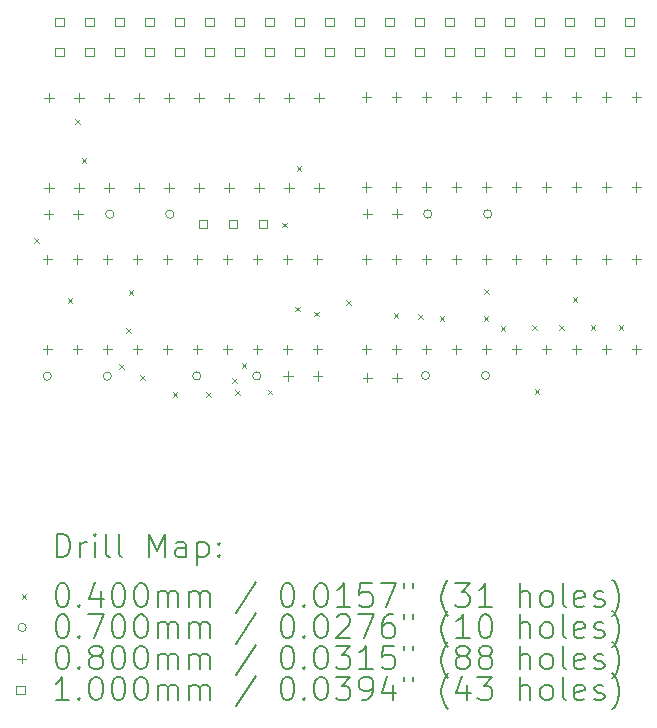
<source format=gbr>
%TF.GenerationSoftware,KiCad,Pcbnew,(6.0.7)*%
%TF.CreationDate,2023-01-26T09:38:28+00:00*%
%TF.ProjectId,CoCo_FPGA_Hat,436f436f-5f46-4504-9741-5f4861742e6b,0*%
%TF.SameCoordinates,Original*%
%TF.FileFunction,Drillmap*%
%TF.FilePolarity,Positive*%
%FSLAX45Y45*%
G04 Gerber Fmt 4.5, Leading zero omitted, Abs format (unit mm)*
G04 Created by KiCad (PCBNEW (6.0.7)) date 2023-01-26 09:38:28*
%MOMM*%
%LPD*%
G01*
G04 APERTURE LIST*
%ADD10C,0.200000*%
%ADD11C,0.040000*%
%ADD12C,0.070000*%
%ADD13C,0.080000*%
%ADD14C,0.100000*%
G04 APERTURE END LIST*
D10*
D11*
X6174000Y-5321000D02*
X6214000Y-5361000D01*
X6214000Y-5321000D02*
X6174000Y-5361000D01*
X6455550Y-5825000D02*
X6495550Y-5865000D01*
X6495550Y-5825000D02*
X6455550Y-5865000D01*
X6521000Y-4309000D02*
X6561000Y-4349000D01*
X6561000Y-4309000D02*
X6521000Y-4349000D01*
X6575000Y-4638000D02*
X6615000Y-4678000D01*
X6615000Y-4638000D02*
X6575000Y-4678000D01*
X6889545Y-6383455D02*
X6929545Y-6423455D01*
X6929545Y-6383455D02*
X6889545Y-6423455D01*
X6950000Y-6083000D02*
X6990000Y-6123000D01*
X6990000Y-6083000D02*
X6950000Y-6123000D01*
X6973000Y-5758000D02*
X7013000Y-5798000D01*
X7013000Y-5758000D02*
X6973000Y-5798000D01*
X7072000Y-6475000D02*
X7112000Y-6515000D01*
X7112000Y-6475000D02*
X7072000Y-6515000D01*
X7343869Y-6621950D02*
X7383869Y-6661950D01*
X7383869Y-6621950D02*
X7343869Y-6661950D01*
X7625769Y-6620231D02*
X7665769Y-6660231D01*
X7665769Y-6620231D02*
X7625769Y-6660231D01*
X7849719Y-6505500D02*
X7889719Y-6545500D01*
X7889719Y-6505500D02*
X7849719Y-6545500D01*
X7874730Y-6602270D02*
X7914730Y-6642270D01*
X7914730Y-6602270D02*
X7874730Y-6642270D01*
X7930000Y-6374000D02*
X7970000Y-6414000D01*
X7970000Y-6374000D02*
X7930000Y-6414000D01*
X8148708Y-6601708D02*
X8188708Y-6641708D01*
X8188708Y-6601708D02*
X8148708Y-6641708D01*
X8271520Y-5186480D02*
X8311520Y-5226480D01*
X8311520Y-5186480D02*
X8271520Y-5226480D01*
X8382000Y-5898000D02*
X8422000Y-5938000D01*
X8422000Y-5898000D02*
X8382000Y-5938000D01*
X8393971Y-4706029D02*
X8433971Y-4746029D01*
X8433971Y-4706029D02*
X8393971Y-4746029D01*
X8546000Y-5941000D02*
X8586000Y-5981000D01*
X8586000Y-5941000D02*
X8546000Y-5981000D01*
X8811450Y-5840408D02*
X8851450Y-5880408D01*
X8851450Y-5840408D02*
X8811450Y-5880408D01*
X9216000Y-5951000D02*
X9256000Y-5991000D01*
X9256000Y-5951000D02*
X9216000Y-5991000D01*
X9423000Y-5959000D02*
X9463000Y-5999000D01*
X9463000Y-5959000D02*
X9423000Y-5999000D01*
X9606000Y-5981000D02*
X9646000Y-6021000D01*
X9646000Y-5981000D02*
X9606000Y-6021000D01*
X9979000Y-5981000D02*
X10019000Y-6021000D01*
X10019000Y-5981000D02*
X9979000Y-6021000D01*
X9983000Y-5749000D02*
X10023000Y-5789000D01*
X10023000Y-5749000D02*
X9983000Y-5789000D01*
X10123000Y-6064000D02*
X10163000Y-6104000D01*
X10163000Y-6064000D02*
X10123000Y-6104000D01*
X10389000Y-6054000D02*
X10429000Y-6094000D01*
X10429000Y-6054000D02*
X10389000Y-6094000D01*
X10410500Y-6593500D02*
X10450500Y-6633500D01*
X10450500Y-6593500D02*
X10410500Y-6633500D01*
X10616000Y-6054000D02*
X10656000Y-6094000D01*
X10656000Y-6054000D02*
X10616000Y-6094000D01*
X10731000Y-5819000D02*
X10771000Y-5859000D01*
X10771000Y-5819000D02*
X10731000Y-5859000D01*
X10885000Y-6052450D02*
X10925000Y-6092450D01*
X10925000Y-6052450D02*
X10885000Y-6092450D01*
X11120000Y-6052450D02*
X11160000Y-6092450D01*
X11160000Y-6052450D02*
X11120000Y-6092450D01*
D12*
X6318000Y-6487000D02*
G75*
G03*
X6318000Y-6487000I-35000J0D01*
G01*
X6826000Y-6487000D02*
G75*
G03*
X6826000Y-6487000I-35000J0D01*
G01*
X6848000Y-5116000D02*
G75*
G03*
X6848000Y-5116000I-35000J0D01*
G01*
X7356000Y-5116000D02*
G75*
G03*
X7356000Y-5116000I-35000J0D01*
G01*
X7585000Y-6485000D02*
G75*
G03*
X7585000Y-6485000I-35000J0D01*
G01*
X8093000Y-6485000D02*
G75*
G03*
X8093000Y-6485000I-35000J0D01*
G01*
X9522000Y-6481000D02*
G75*
G03*
X9522000Y-6481000I-35000J0D01*
G01*
X9539000Y-5113000D02*
G75*
G03*
X9539000Y-5113000I-35000J0D01*
G01*
X10030000Y-6481000D02*
G75*
G03*
X10030000Y-6481000I-35000J0D01*
G01*
X10047000Y-5113000D02*
G75*
G03*
X10047000Y-5113000I-35000J0D01*
G01*
D13*
X6284000Y-5458000D02*
X6284000Y-5538000D01*
X6244000Y-5498000D02*
X6324000Y-5498000D01*
X6284000Y-6220000D02*
X6284000Y-6300000D01*
X6244000Y-6260000D02*
X6324000Y-6260000D01*
X6294000Y-5077000D02*
X6294000Y-5157000D01*
X6254000Y-5117000D02*
X6334000Y-5117000D01*
X6299500Y-4088000D02*
X6299500Y-4168000D01*
X6259500Y-4128000D02*
X6339500Y-4128000D01*
X6299500Y-4850000D02*
X6299500Y-4930000D01*
X6259500Y-4890000D02*
X6339500Y-4890000D01*
X6538000Y-5458000D02*
X6538000Y-5538000D01*
X6498000Y-5498000D02*
X6578000Y-5498000D01*
X6538000Y-6220000D02*
X6538000Y-6300000D01*
X6498000Y-6260000D02*
X6578000Y-6260000D01*
X6544000Y-5077000D02*
X6544000Y-5157000D01*
X6504000Y-5117000D02*
X6584000Y-5117000D01*
X6553500Y-4088000D02*
X6553500Y-4168000D01*
X6513500Y-4128000D02*
X6593500Y-4128000D01*
X6553500Y-4850000D02*
X6553500Y-4930000D01*
X6513500Y-4890000D02*
X6593500Y-4890000D01*
X6792000Y-5458000D02*
X6792000Y-5538000D01*
X6752000Y-5498000D02*
X6832000Y-5498000D01*
X6792000Y-6220000D02*
X6792000Y-6300000D01*
X6752000Y-6260000D02*
X6832000Y-6260000D01*
X6807500Y-4088000D02*
X6807500Y-4168000D01*
X6767500Y-4128000D02*
X6847500Y-4128000D01*
X6807500Y-4850000D02*
X6807500Y-4930000D01*
X6767500Y-4890000D02*
X6847500Y-4890000D01*
X7046000Y-5458000D02*
X7046000Y-5538000D01*
X7006000Y-5498000D02*
X7086000Y-5498000D01*
X7046000Y-6220000D02*
X7046000Y-6300000D01*
X7006000Y-6260000D02*
X7086000Y-6260000D01*
X7061500Y-4088000D02*
X7061500Y-4168000D01*
X7021500Y-4128000D02*
X7101500Y-4128000D01*
X7061500Y-4850000D02*
X7061500Y-4930000D01*
X7021500Y-4890000D02*
X7101500Y-4890000D01*
X7300000Y-5458000D02*
X7300000Y-5538000D01*
X7260000Y-5498000D02*
X7340000Y-5498000D01*
X7300000Y-6220000D02*
X7300000Y-6300000D01*
X7260000Y-6260000D02*
X7340000Y-6260000D01*
X7315500Y-4088000D02*
X7315500Y-4168000D01*
X7275500Y-4128000D02*
X7355500Y-4128000D01*
X7315500Y-4850000D02*
X7315500Y-4930000D01*
X7275500Y-4890000D02*
X7355500Y-4890000D01*
X7554000Y-5458000D02*
X7554000Y-5538000D01*
X7514000Y-5498000D02*
X7594000Y-5498000D01*
X7554000Y-6220000D02*
X7554000Y-6300000D01*
X7514000Y-6260000D02*
X7594000Y-6260000D01*
X7569500Y-4088000D02*
X7569500Y-4168000D01*
X7529500Y-4128000D02*
X7609500Y-4128000D01*
X7569500Y-4850000D02*
X7569500Y-4930000D01*
X7529500Y-4890000D02*
X7609500Y-4890000D01*
X7808000Y-5458000D02*
X7808000Y-5538000D01*
X7768000Y-5498000D02*
X7848000Y-5498000D01*
X7808000Y-6220000D02*
X7808000Y-6300000D01*
X7768000Y-6260000D02*
X7848000Y-6260000D01*
X7823500Y-4088000D02*
X7823500Y-4168000D01*
X7783500Y-4128000D02*
X7863500Y-4128000D01*
X7823500Y-4850000D02*
X7823500Y-4930000D01*
X7783500Y-4890000D02*
X7863500Y-4890000D01*
X8062000Y-5458000D02*
X8062000Y-5538000D01*
X8022000Y-5498000D02*
X8102000Y-5498000D01*
X8062000Y-6220000D02*
X8062000Y-6300000D01*
X8022000Y-6260000D02*
X8102000Y-6260000D01*
X8077500Y-4088000D02*
X8077500Y-4168000D01*
X8037500Y-4128000D02*
X8117500Y-4128000D01*
X8077500Y-4850000D02*
X8077500Y-4930000D01*
X8037500Y-4890000D02*
X8117500Y-4890000D01*
X8316000Y-5458000D02*
X8316000Y-5538000D01*
X8276000Y-5498000D02*
X8356000Y-5498000D01*
X8316000Y-6220000D02*
X8316000Y-6300000D01*
X8276000Y-6260000D02*
X8356000Y-6260000D01*
X8322000Y-6446000D02*
X8322000Y-6526000D01*
X8282000Y-6486000D02*
X8362000Y-6486000D01*
X8331500Y-4088000D02*
X8331500Y-4168000D01*
X8291500Y-4128000D02*
X8371500Y-4128000D01*
X8331500Y-4850000D02*
X8331500Y-4930000D01*
X8291500Y-4890000D02*
X8371500Y-4890000D01*
X8570000Y-5458000D02*
X8570000Y-5538000D01*
X8530000Y-5498000D02*
X8610000Y-5498000D01*
X8570000Y-6220000D02*
X8570000Y-6300000D01*
X8530000Y-6260000D02*
X8610000Y-6260000D01*
X8572000Y-6446000D02*
X8572000Y-6526000D01*
X8532000Y-6486000D02*
X8612000Y-6486000D01*
X8585500Y-4088000D02*
X8585500Y-4168000D01*
X8545500Y-4128000D02*
X8625500Y-4128000D01*
X8585500Y-4850000D02*
X8585500Y-4930000D01*
X8545500Y-4890000D02*
X8625500Y-4890000D01*
X8984000Y-5457000D02*
X8984000Y-5537000D01*
X8944000Y-5497000D02*
X9024000Y-5497000D01*
X8984000Y-6219000D02*
X8984000Y-6299000D01*
X8944000Y-6259000D02*
X9024000Y-6259000D01*
X8984500Y-4084000D02*
X8984500Y-4164000D01*
X8944500Y-4124000D02*
X9024500Y-4124000D01*
X8984500Y-4846000D02*
X8984500Y-4926000D01*
X8944500Y-4886000D02*
X9024500Y-4886000D01*
X8993000Y-5071000D02*
X8993000Y-5151000D01*
X8953000Y-5111000D02*
X9033000Y-5111000D01*
X8993000Y-6458000D02*
X8993000Y-6538000D01*
X8953000Y-6498000D02*
X9033000Y-6498000D01*
X9238000Y-5457000D02*
X9238000Y-5537000D01*
X9198000Y-5497000D02*
X9278000Y-5497000D01*
X9238000Y-6219000D02*
X9238000Y-6299000D01*
X9198000Y-6259000D02*
X9278000Y-6259000D01*
X9238500Y-4084000D02*
X9238500Y-4164000D01*
X9198500Y-4124000D02*
X9278500Y-4124000D01*
X9238500Y-4846000D02*
X9238500Y-4926000D01*
X9198500Y-4886000D02*
X9278500Y-4886000D01*
X9243000Y-5071000D02*
X9243000Y-5151000D01*
X9203000Y-5111000D02*
X9283000Y-5111000D01*
X9243000Y-6458000D02*
X9243000Y-6538000D01*
X9203000Y-6498000D02*
X9283000Y-6498000D01*
X9492000Y-5457000D02*
X9492000Y-5537000D01*
X9452000Y-5497000D02*
X9532000Y-5497000D01*
X9492000Y-6219000D02*
X9492000Y-6299000D01*
X9452000Y-6259000D02*
X9532000Y-6259000D01*
X9492500Y-4084000D02*
X9492500Y-4164000D01*
X9452500Y-4124000D02*
X9532500Y-4124000D01*
X9492500Y-4846000D02*
X9492500Y-4926000D01*
X9452500Y-4886000D02*
X9532500Y-4886000D01*
X9746000Y-5457000D02*
X9746000Y-5537000D01*
X9706000Y-5497000D02*
X9786000Y-5497000D01*
X9746000Y-6219000D02*
X9746000Y-6299000D01*
X9706000Y-6259000D02*
X9786000Y-6259000D01*
X9746500Y-4084000D02*
X9746500Y-4164000D01*
X9706500Y-4124000D02*
X9786500Y-4124000D01*
X9746500Y-4846000D02*
X9746500Y-4926000D01*
X9706500Y-4886000D02*
X9786500Y-4886000D01*
X10000000Y-5457000D02*
X10000000Y-5537000D01*
X9960000Y-5497000D02*
X10040000Y-5497000D01*
X10000000Y-6219000D02*
X10000000Y-6299000D01*
X9960000Y-6259000D02*
X10040000Y-6259000D01*
X10000500Y-4084000D02*
X10000500Y-4164000D01*
X9960500Y-4124000D02*
X10040500Y-4124000D01*
X10000500Y-4846000D02*
X10000500Y-4926000D01*
X9960500Y-4886000D02*
X10040500Y-4886000D01*
X10254000Y-5457000D02*
X10254000Y-5537000D01*
X10214000Y-5497000D02*
X10294000Y-5497000D01*
X10254000Y-6219000D02*
X10254000Y-6299000D01*
X10214000Y-6259000D02*
X10294000Y-6259000D01*
X10254500Y-4084000D02*
X10254500Y-4164000D01*
X10214500Y-4124000D02*
X10294500Y-4124000D01*
X10254500Y-4846000D02*
X10254500Y-4926000D01*
X10214500Y-4886000D02*
X10294500Y-4886000D01*
X10508000Y-5457000D02*
X10508000Y-5537000D01*
X10468000Y-5497000D02*
X10548000Y-5497000D01*
X10508000Y-6219000D02*
X10508000Y-6299000D01*
X10468000Y-6259000D02*
X10548000Y-6259000D01*
X10508500Y-4084000D02*
X10508500Y-4164000D01*
X10468500Y-4124000D02*
X10548500Y-4124000D01*
X10508500Y-4846000D02*
X10508500Y-4926000D01*
X10468500Y-4886000D02*
X10548500Y-4886000D01*
X10762000Y-5457000D02*
X10762000Y-5537000D01*
X10722000Y-5497000D02*
X10802000Y-5497000D01*
X10762000Y-6219000D02*
X10762000Y-6299000D01*
X10722000Y-6259000D02*
X10802000Y-6259000D01*
X10762500Y-4084000D02*
X10762500Y-4164000D01*
X10722500Y-4124000D02*
X10802500Y-4124000D01*
X10762500Y-4846000D02*
X10762500Y-4926000D01*
X10722500Y-4886000D02*
X10802500Y-4886000D01*
X11016000Y-5457000D02*
X11016000Y-5537000D01*
X10976000Y-5497000D02*
X11056000Y-5497000D01*
X11016000Y-6219000D02*
X11016000Y-6299000D01*
X10976000Y-6259000D02*
X11056000Y-6259000D01*
X11016500Y-4084000D02*
X11016500Y-4164000D01*
X10976500Y-4124000D02*
X11056500Y-4124000D01*
X11016500Y-4846000D02*
X11016500Y-4926000D01*
X10976500Y-4886000D02*
X11056500Y-4886000D01*
X11270000Y-5457000D02*
X11270000Y-5537000D01*
X11230000Y-5497000D02*
X11310000Y-5497000D01*
X11270000Y-6219000D02*
X11270000Y-6299000D01*
X11230000Y-6259000D02*
X11310000Y-6259000D01*
X11270500Y-4084000D02*
X11270500Y-4164000D01*
X11230500Y-4124000D02*
X11310500Y-4124000D01*
X11270500Y-4846000D02*
X11270500Y-4926000D01*
X11230500Y-4886000D02*
X11310500Y-4886000D01*
D14*
X6421856Y-3523856D02*
X6421856Y-3453144D01*
X6351144Y-3453144D01*
X6351144Y-3523856D01*
X6421856Y-3523856D01*
X6421856Y-3777856D02*
X6421856Y-3707144D01*
X6351144Y-3707144D01*
X6351144Y-3777856D01*
X6421856Y-3777856D01*
X6675856Y-3523856D02*
X6675856Y-3453144D01*
X6605144Y-3453144D01*
X6605144Y-3523856D01*
X6675856Y-3523856D01*
X6675856Y-3777856D02*
X6675856Y-3707144D01*
X6605144Y-3707144D01*
X6605144Y-3777856D01*
X6675856Y-3777856D01*
X6929856Y-3523856D02*
X6929856Y-3453144D01*
X6859144Y-3453144D01*
X6859144Y-3523856D01*
X6929856Y-3523856D01*
X6929856Y-3777856D02*
X6929856Y-3707144D01*
X6859144Y-3707144D01*
X6859144Y-3777856D01*
X6929856Y-3777856D01*
X7183856Y-3523856D02*
X7183856Y-3453144D01*
X7113144Y-3453144D01*
X7113144Y-3523856D01*
X7183856Y-3523856D01*
X7183856Y-3777856D02*
X7183856Y-3707144D01*
X7113144Y-3707144D01*
X7113144Y-3777856D01*
X7183856Y-3777856D01*
X7437856Y-3523856D02*
X7437856Y-3453144D01*
X7367144Y-3453144D01*
X7367144Y-3523856D01*
X7437856Y-3523856D01*
X7437856Y-3777856D02*
X7437856Y-3707144D01*
X7367144Y-3707144D01*
X7367144Y-3777856D01*
X7437856Y-3777856D01*
X7637856Y-5231356D02*
X7637856Y-5160644D01*
X7567144Y-5160644D01*
X7567144Y-5231356D01*
X7637856Y-5231356D01*
X7691856Y-3523856D02*
X7691856Y-3453144D01*
X7621144Y-3453144D01*
X7621144Y-3523856D01*
X7691856Y-3523856D01*
X7691856Y-3777856D02*
X7691856Y-3707144D01*
X7621144Y-3707144D01*
X7621144Y-3777856D01*
X7691856Y-3777856D01*
X7891856Y-5231356D02*
X7891856Y-5160644D01*
X7821144Y-5160644D01*
X7821144Y-5231356D01*
X7891856Y-5231356D01*
X7945856Y-3523856D02*
X7945856Y-3453144D01*
X7875144Y-3453144D01*
X7875144Y-3523856D01*
X7945856Y-3523856D01*
X7945856Y-3777856D02*
X7945856Y-3707144D01*
X7875144Y-3707144D01*
X7875144Y-3777856D01*
X7945856Y-3777856D01*
X8145856Y-5231356D02*
X8145856Y-5160644D01*
X8075144Y-5160644D01*
X8075144Y-5231356D01*
X8145856Y-5231356D01*
X8199856Y-3523856D02*
X8199856Y-3453144D01*
X8129144Y-3453144D01*
X8129144Y-3523856D01*
X8199856Y-3523856D01*
X8199856Y-3777856D02*
X8199856Y-3707144D01*
X8129144Y-3707144D01*
X8129144Y-3777856D01*
X8199856Y-3777856D01*
X8453856Y-3523856D02*
X8453856Y-3453144D01*
X8383144Y-3453144D01*
X8383144Y-3523856D01*
X8453856Y-3523856D01*
X8453856Y-3777856D02*
X8453856Y-3707144D01*
X8383144Y-3707144D01*
X8383144Y-3777856D01*
X8453856Y-3777856D01*
X8707856Y-3523856D02*
X8707856Y-3453144D01*
X8637144Y-3453144D01*
X8637144Y-3523856D01*
X8707856Y-3523856D01*
X8707856Y-3777856D02*
X8707856Y-3707144D01*
X8637144Y-3707144D01*
X8637144Y-3777856D01*
X8707856Y-3777856D01*
X8961856Y-3523856D02*
X8961856Y-3453144D01*
X8891144Y-3453144D01*
X8891144Y-3523856D01*
X8961856Y-3523856D01*
X8961856Y-3777856D02*
X8961856Y-3707144D01*
X8891144Y-3707144D01*
X8891144Y-3777856D01*
X8961856Y-3777856D01*
X9215856Y-3523856D02*
X9215856Y-3453144D01*
X9145144Y-3453144D01*
X9145144Y-3523856D01*
X9215856Y-3523856D01*
X9215856Y-3777856D02*
X9215856Y-3707144D01*
X9145144Y-3707144D01*
X9145144Y-3777856D01*
X9215856Y-3777856D01*
X9469856Y-3523856D02*
X9469856Y-3453144D01*
X9399144Y-3453144D01*
X9399144Y-3523856D01*
X9469856Y-3523856D01*
X9469856Y-3777856D02*
X9469856Y-3707144D01*
X9399144Y-3707144D01*
X9399144Y-3777856D01*
X9469856Y-3777856D01*
X9723856Y-3523856D02*
X9723856Y-3453144D01*
X9653144Y-3453144D01*
X9653144Y-3523856D01*
X9723856Y-3523856D01*
X9723856Y-3777856D02*
X9723856Y-3707144D01*
X9653144Y-3707144D01*
X9653144Y-3777856D01*
X9723856Y-3777856D01*
X9977856Y-3523856D02*
X9977856Y-3453144D01*
X9907144Y-3453144D01*
X9907144Y-3523856D01*
X9977856Y-3523856D01*
X9977856Y-3777856D02*
X9977856Y-3707144D01*
X9907144Y-3707144D01*
X9907144Y-3777856D01*
X9977856Y-3777856D01*
X10231856Y-3523856D02*
X10231856Y-3453144D01*
X10161144Y-3453144D01*
X10161144Y-3523856D01*
X10231856Y-3523856D01*
X10231856Y-3777856D02*
X10231856Y-3707144D01*
X10161144Y-3707144D01*
X10161144Y-3777856D01*
X10231856Y-3777856D01*
X10485856Y-3523856D02*
X10485856Y-3453144D01*
X10415144Y-3453144D01*
X10415144Y-3523856D01*
X10485856Y-3523856D01*
X10485856Y-3777856D02*
X10485856Y-3707144D01*
X10415144Y-3707144D01*
X10415144Y-3777856D01*
X10485856Y-3777856D01*
X10739856Y-3523856D02*
X10739856Y-3453144D01*
X10669144Y-3453144D01*
X10669144Y-3523856D01*
X10739856Y-3523856D01*
X10739856Y-3777856D02*
X10739856Y-3707144D01*
X10669144Y-3707144D01*
X10669144Y-3777856D01*
X10739856Y-3777856D01*
X10993856Y-3523856D02*
X10993856Y-3453144D01*
X10923144Y-3453144D01*
X10923144Y-3523856D01*
X10993856Y-3523856D01*
X10993856Y-3777856D02*
X10993856Y-3707144D01*
X10923144Y-3707144D01*
X10923144Y-3777856D01*
X10993856Y-3777856D01*
X11247856Y-3523856D02*
X11247856Y-3453144D01*
X11177144Y-3453144D01*
X11177144Y-3523856D01*
X11247856Y-3523856D01*
X11247856Y-3777856D02*
X11247856Y-3707144D01*
X11177144Y-3707144D01*
X11177144Y-3777856D01*
X11247856Y-3777856D01*
D10*
X6363769Y-8020426D02*
X6363769Y-7820426D01*
X6411388Y-7820426D01*
X6439959Y-7829950D01*
X6459007Y-7848998D01*
X6468531Y-7868045D01*
X6478055Y-7906140D01*
X6478055Y-7934712D01*
X6468531Y-7972807D01*
X6459007Y-7991855D01*
X6439959Y-8010902D01*
X6411388Y-8020426D01*
X6363769Y-8020426D01*
X6563769Y-8020426D02*
X6563769Y-7887093D01*
X6563769Y-7925188D02*
X6573293Y-7906140D01*
X6582817Y-7896617D01*
X6601864Y-7887093D01*
X6620912Y-7887093D01*
X6687578Y-8020426D02*
X6687578Y-7887093D01*
X6687578Y-7820426D02*
X6678055Y-7829950D01*
X6687578Y-7839474D01*
X6697102Y-7829950D01*
X6687578Y-7820426D01*
X6687578Y-7839474D01*
X6811388Y-8020426D02*
X6792340Y-8010902D01*
X6782817Y-7991855D01*
X6782817Y-7820426D01*
X6916150Y-8020426D02*
X6897102Y-8010902D01*
X6887578Y-7991855D01*
X6887578Y-7820426D01*
X7144721Y-8020426D02*
X7144721Y-7820426D01*
X7211388Y-7963283D01*
X7278055Y-7820426D01*
X7278055Y-8020426D01*
X7459007Y-8020426D02*
X7459007Y-7915664D01*
X7449483Y-7896617D01*
X7430436Y-7887093D01*
X7392340Y-7887093D01*
X7373293Y-7896617D01*
X7459007Y-8010902D02*
X7439959Y-8020426D01*
X7392340Y-8020426D01*
X7373293Y-8010902D01*
X7363769Y-7991855D01*
X7363769Y-7972807D01*
X7373293Y-7953759D01*
X7392340Y-7944236D01*
X7439959Y-7944236D01*
X7459007Y-7934712D01*
X7554245Y-7887093D02*
X7554245Y-8087093D01*
X7554245Y-7896617D02*
X7573293Y-7887093D01*
X7611388Y-7887093D01*
X7630436Y-7896617D01*
X7639959Y-7906140D01*
X7649483Y-7925188D01*
X7649483Y-7982331D01*
X7639959Y-8001378D01*
X7630436Y-8010902D01*
X7611388Y-8020426D01*
X7573293Y-8020426D01*
X7554245Y-8010902D01*
X7735198Y-8001378D02*
X7744721Y-8010902D01*
X7735198Y-8020426D01*
X7725674Y-8010902D01*
X7735198Y-8001378D01*
X7735198Y-8020426D01*
X7735198Y-7896617D02*
X7744721Y-7906140D01*
X7735198Y-7915664D01*
X7725674Y-7906140D01*
X7735198Y-7896617D01*
X7735198Y-7915664D01*
D11*
X6066150Y-8329950D02*
X6106150Y-8369950D01*
X6106150Y-8329950D02*
X6066150Y-8369950D01*
D10*
X6401864Y-8240426D02*
X6420912Y-8240426D01*
X6439959Y-8249950D01*
X6449483Y-8259474D01*
X6459007Y-8278521D01*
X6468531Y-8316617D01*
X6468531Y-8364236D01*
X6459007Y-8402331D01*
X6449483Y-8421379D01*
X6439959Y-8430902D01*
X6420912Y-8440426D01*
X6401864Y-8440426D01*
X6382817Y-8430902D01*
X6373293Y-8421379D01*
X6363769Y-8402331D01*
X6354245Y-8364236D01*
X6354245Y-8316617D01*
X6363769Y-8278521D01*
X6373293Y-8259474D01*
X6382817Y-8249950D01*
X6401864Y-8240426D01*
X6554245Y-8421379D02*
X6563769Y-8430902D01*
X6554245Y-8440426D01*
X6544721Y-8430902D01*
X6554245Y-8421379D01*
X6554245Y-8440426D01*
X6735198Y-8307093D02*
X6735198Y-8440426D01*
X6687578Y-8230902D02*
X6639959Y-8373759D01*
X6763769Y-8373759D01*
X6878055Y-8240426D02*
X6897102Y-8240426D01*
X6916150Y-8249950D01*
X6925674Y-8259474D01*
X6935198Y-8278521D01*
X6944721Y-8316617D01*
X6944721Y-8364236D01*
X6935198Y-8402331D01*
X6925674Y-8421379D01*
X6916150Y-8430902D01*
X6897102Y-8440426D01*
X6878055Y-8440426D01*
X6859007Y-8430902D01*
X6849483Y-8421379D01*
X6839959Y-8402331D01*
X6830436Y-8364236D01*
X6830436Y-8316617D01*
X6839959Y-8278521D01*
X6849483Y-8259474D01*
X6859007Y-8249950D01*
X6878055Y-8240426D01*
X7068531Y-8240426D02*
X7087578Y-8240426D01*
X7106626Y-8249950D01*
X7116150Y-8259474D01*
X7125674Y-8278521D01*
X7135198Y-8316617D01*
X7135198Y-8364236D01*
X7125674Y-8402331D01*
X7116150Y-8421379D01*
X7106626Y-8430902D01*
X7087578Y-8440426D01*
X7068531Y-8440426D01*
X7049483Y-8430902D01*
X7039959Y-8421379D01*
X7030436Y-8402331D01*
X7020912Y-8364236D01*
X7020912Y-8316617D01*
X7030436Y-8278521D01*
X7039959Y-8259474D01*
X7049483Y-8249950D01*
X7068531Y-8240426D01*
X7220912Y-8440426D02*
X7220912Y-8307093D01*
X7220912Y-8326140D02*
X7230436Y-8316617D01*
X7249483Y-8307093D01*
X7278055Y-8307093D01*
X7297102Y-8316617D01*
X7306626Y-8335664D01*
X7306626Y-8440426D01*
X7306626Y-8335664D02*
X7316150Y-8316617D01*
X7335198Y-8307093D01*
X7363769Y-8307093D01*
X7382817Y-8316617D01*
X7392340Y-8335664D01*
X7392340Y-8440426D01*
X7487578Y-8440426D02*
X7487578Y-8307093D01*
X7487578Y-8326140D02*
X7497102Y-8316617D01*
X7516150Y-8307093D01*
X7544721Y-8307093D01*
X7563769Y-8316617D01*
X7573293Y-8335664D01*
X7573293Y-8440426D01*
X7573293Y-8335664D02*
X7582817Y-8316617D01*
X7601864Y-8307093D01*
X7630436Y-8307093D01*
X7649483Y-8316617D01*
X7659007Y-8335664D01*
X7659007Y-8440426D01*
X8049483Y-8230902D02*
X7878055Y-8488045D01*
X8306626Y-8240426D02*
X8325674Y-8240426D01*
X8344721Y-8249950D01*
X8354245Y-8259474D01*
X8363769Y-8278521D01*
X8373293Y-8316617D01*
X8373293Y-8364236D01*
X8363769Y-8402331D01*
X8354245Y-8421379D01*
X8344721Y-8430902D01*
X8325674Y-8440426D01*
X8306626Y-8440426D01*
X8287578Y-8430902D01*
X8278055Y-8421379D01*
X8268531Y-8402331D01*
X8259007Y-8364236D01*
X8259007Y-8316617D01*
X8268531Y-8278521D01*
X8278055Y-8259474D01*
X8287578Y-8249950D01*
X8306626Y-8240426D01*
X8459007Y-8421379D02*
X8468531Y-8430902D01*
X8459007Y-8440426D01*
X8449483Y-8430902D01*
X8459007Y-8421379D01*
X8459007Y-8440426D01*
X8592340Y-8240426D02*
X8611388Y-8240426D01*
X8630436Y-8249950D01*
X8639960Y-8259474D01*
X8649483Y-8278521D01*
X8659007Y-8316617D01*
X8659007Y-8364236D01*
X8649483Y-8402331D01*
X8639960Y-8421379D01*
X8630436Y-8430902D01*
X8611388Y-8440426D01*
X8592340Y-8440426D01*
X8573293Y-8430902D01*
X8563769Y-8421379D01*
X8554245Y-8402331D01*
X8544721Y-8364236D01*
X8544721Y-8316617D01*
X8554245Y-8278521D01*
X8563769Y-8259474D01*
X8573293Y-8249950D01*
X8592340Y-8240426D01*
X8849483Y-8440426D02*
X8735198Y-8440426D01*
X8792340Y-8440426D02*
X8792340Y-8240426D01*
X8773293Y-8268998D01*
X8754245Y-8288045D01*
X8735198Y-8297569D01*
X9030436Y-8240426D02*
X8935198Y-8240426D01*
X8925674Y-8335664D01*
X8935198Y-8326140D01*
X8954245Y-8316617D01*
X9001864Y-8316617D01*
X9020912Y-8326140D01*
X9030436Y-8335664D01*
X9039960Y-8354712D01*
X9039960Y-8402331D01*
X9030436Y-8421379D01*
X9020912Y-8430902D01*
X9001864Y-8440426D01*
X8954245Y-8440426D01*
X8935198Y-8430902D01*
X8925674Y-8421379D01*
X9106626Y-8240426D02*
X9239960Y-8240426D01*
X9154245Y-8440426D01*
X9306626Y-8240426D02*
X9306626Y-8278521D01*
X9382817Y-8240426D02*
X9382817Y-8278521D01*
X9678055Y-8516617D02*
X9668531Y-8507093D01*
X9649483Y-8478521D01*
X9639960Y-8459474D01*
X9630436Y-8430902D01*
X9620912Y-8383283D01*
X9620912Y-8345188D01*
X9630436Y-8297569D01*
X9639960Y-8268998D01*
X9649483Y-8249950D01*
X9668531Y-8221378D01*
X9678055Y-8211855D01*
X9735198Y-8240426D02*
X9859007Y-8240426D01*
X9792340Y-8316617D01*
X9820912Y-8316617D01*
X9839960Y-8326140D01*
X9849483Y-8335664D01*
X9859007Y-8354712D01*
X9859007Y-8402331D01*
X9849483Y-8421379D01*
X9839960Y-8430902D01*
X9820912Y-8440426D01*
X9763769Y-8440426D01*
X9744721Y-8430902D01*
X9735198Y-8421379D01*
X10049483Y-8440426D02*
X9935198Y-8440426D01*
X9992340Y-8440426D02*
X9992340Y-8240426D01*
X9973293Y-8268998D01*
X9954245Y-8288045D01*
X9935198Y-8297569D01*
X10287579Y-8440426D02*
X10287579Y-8240426D01*
X10373293Y-8440426D02*
X10373293Y-8335664D01*
X10363769Y-8316617D01*
X10344721Y-8307093D01*
X10316150Y-8307093D01*
X10297102Y-8316617D01*
X10287579Y-8326140D01*
X10497102Y-8440426D02*
X10478055Y-8430902D01*
X10468531Y-8421379D01*
X10459007Y-8402331D01*
X10459007Y-8345188D01*
X10468531Y-8326140D01*
X10478055Y-8316617D01*
X10497102Y-8307093D01*
X10525674Y-8307093D01*
X10544721Y-8316617D01*
X10554245Y-8326140D01*
X10563769Y-8345188D01*
X10563769Y-8402331D01*
X10554245Y-8421379D01*
X10544721Y-8430902D01*
X10525674Y-8440426D01*
X10497102Y-8440426D01*
X10678055Y-8440426D02*
X10659007Y-8430902D01*
X10649483Y-8411855D01*
X10649483Y-8240426D01*
X10830436Y-8430902D02*
X10811388Y-8440426D01*
X10773293Y-8440426D01*
X10754245Y-8430902D01*
X10744721Y-8411855D01*
X10744721Y-8335664D01*
X10754245Y-8316617D01*
X10773293Y-8307093D01*
X10811388Y-8307093D01*
X10830436Y-8316617D01*
X10839960Y-8335664D01*
X10839960Y-8354712D01*
X10744721Y-8373759D01*
X10916150Y-8430902D02*
X10935198Y-8440426D01*
X10973293Y-8440426D01*
X10992340Y-8430902D01*
X11001864Y-8411855D01*
X11001864Y-8402331D01*
X10992340Y-8383283D01*
X10973293Y-8373759D01*
X10944721Y-8373759D01*
X10925674Y-8364236D01*
X10916150Y-8345188D01*
X10916150Y-8335664D01*
X10925674Y-8316617D01*
X10944721Y-8307093D01*
X10973293Y-8307093D01*
X10992340Y-8316617D01*
X11068531Y-8516617D02*
X11078055Y-8507093D01*
X11097102Y-8478521D01*
X11106626Y-8459474D01*
X11116150Y-8430902D01*
X11125674Y-8383283D01*
X11125674Y-8345188D01*
X11116150Y-8297569D01*
X11106626Y-8268998D01*
X11097102Y-8249950D01*
X11078055Y-8221378D01*
X11068531Y-8211855D01*
D12*
X6106150Y-8613950D02*
G75*
G03*
X6106150Y-8613950I-35000J0D01*
G01*
D10*
X6401864Y-8504426D02*
X6420912Y-8504426D01*
X6439959Y-8513950D01*
X6449483Y-8523474D01*
X6459007Y-8542521D01*
X6468531Y-8580617D01*
X6468531Y-8628236D01*
X6459007Y-8666331D01*
X6449483Y-8685379D01*
X6439959Y-8694902D01*
X6420912Y-8704426D01*
X6401864Y-8704426D01*
X6382817Y-8694902D01*
X6373293Y-8685379D01*
X6363769Y-8666331D01*
X6354245Y-8628236D01*
X6354245Y-8580617D01*
X6363769Y-8542521D01*
X6373293Y-8523474D01*
X6382817Y-8513950D01*
X6401864Y-8504426D01*
X6554245Y-8685379D02*
X6563769Y-8694902D01*
X6554245Y-8704426D01*
X6544721Y-8694902D01*
X6554245Y-8685379D01*
X6554245Y-8704426D01*
X6630436Y-8504426D02*
X6763769Y-8504426D01*
X6678055Y-8704426D01*
X6878055Y-8504426D02*
X6897102Y-8504426D01*
X6916150Y-8513950D01*
X6925674Y-8523474D01*
X6935198Y-8542521D01*
X6944721Y-8580617D01*
X6944721Y-8628236D01*
X6935198Y-8666331D01*
X6925674Y-8685379D01*
X6916150Y-8694902D01*
X6897102Y-8704426D01*
X6878055Y-8704426D01*
X6859007Y-8694902D01*
X6849483Y-8685379D01*
X6839959Y-8666331D01*
X6830436Y-8628236D01*
X6830436Y-8580617D01*
X6839959Y-8542521D01*
X6849483Y-8523474D01*
X6859007Y-8513950D01*
X6878055Y-8504426D01*
X7068531Y-8504426D02*
X7087578Y-8504426D01*
X7106626Y-8513950D01*
X7116150Y-8523474D01*
X7125674Y-8542521D01*
X7135198Y-8580617D01*
X7135198Y-8628236D01*
X7125674Y-8666331D01*
X7116150Y-8685379D01*
X7106626Y-8694902D01*
X7087578Y-8704426D01*
X7068531Y-8704426D01*
X7049483Y-8694902D01*
X7039959Y-8685379D01*
X7030436Y-8666331D01*
X7020912Y-8628236D01*
X7020912Y-8580617D01*
X7030436Y-8542521D01*
X7039959Y-8523474D01*
X7049483Y-8513950D01*
X7068531Y-8504426D01*
X7220912Y-8704426D02*
X7220912Y-8571093D01*
X7220912Y-8590140D02*
X7230436Y-8580617D01*
X7249483Y-8571093D01*
X7278055Y-8571093D01*
X7297102Y-8580617D01*
X7306626Y-8599664D01*
X7306626Y-8704426D01*
X7306626Y-8599664D02*
X7316150Y-8580617D01*
X7335198Y-8571093D01*
X7363769Y-8571093D01*
X7382817Y-8580617D01*
X7392340Y-8599664D01*
X7392340Y-8704426D01*
X7487578Y-8704426D02*
X7487578Y-8571093D01*
X7487578Y-8590140D02*
X7497102Y-8580617D01*
X7516150Y-8571093D01*
X7544721Y-8571093D01*
X7563769Y-8580617D01*
X7573293Y-8599664D01*
X7573293Y-8704426D01*
X7573293Y-8599664D02*
X7582817Y-8580617D01*
X7601864Y-8571093D01*
X7630436Y-8571093D01*
X7649483Y-8580617D01*
X7659007Y-8599664D01*
X7659007Y-8704426D01*
X8049483Y-8494902D02*
X7878055Y-8752045D01*
X8306626Y-8504426D02*
X8325674Y-8504426D01*
X8344721Y-8513950D01*
X8354245Y-8523474D01*
X8363769Y-8542521D01*
X8373293Y-8580617D01*
X8373293Y-8628236D01*
X8363769Y-8666331D01*
X8354245Y-8685379D01*
X8344721Y-8694902D01*
X8325674Y-8704426D01*
X8306626Y-8704426D01*
X8287578Y-8694902D01*
X8278055Y-8685379D01*
X8268531Y-8666331D01*
X8259007Y-8628236D01*
X8259007Y-8580617D01*
X8268531Y-8542521D01*
X8278055Y-8523474D01*
X8287578Y-8513950D01*
X8306626Y-8504426D01*
X8459007Y-8685379D02*
X8468531Y-8694902D01*
X8459007Y-8704426D01*
X8449483Y-8694902D01*
X8459007Y-8685379D01*
X8459007Y-8704426D01*
X8592340Y-8504426D02*
X8611388Y-8504426D01*
X8630436Y-8513950D01*
X8639960Y-8523474D01*
X8649483Y-8542521D01*
X8659007Y-8580617D01*
X8659007Y-8628236D01*
X8649483Y-8666331D01*
X8639960Y-8685379D01*
X8630436Y-8694902D01*
X8611388Y-8704426D01*
X8592340Y-8704426D01*
X8573293Y-8694902D01*
X8563769Y-8685379D01*
X8554245Y-8666331D01*
X8544721Y-8628236D01*
X8544721Y-8580617D01*
X8554245Y-8542521D01*
X8563769Y-8523474D01*
X8573293Y-8513950D01*
X8592340Y-8504426D01*
X8735198Y-8523474D02*
X8744721Y-8513950D01*
X8763769Y-8504426D01*
X8811388Y-8504426D01*
X8830436Y-8513950D01*
X8839960Y-8523474D01*
X8849483Y-8542521D01*
X8849483Y-8561569D01*
X8839960Y-8590140D01*
X8725674Y-8704426D01*
X8849483Y-8704426D01*
X8916150Y-8504426D02*
X9049483Y-8504426D01*
X8963769Y-8704426D01*
X9211388Y-8504426D02*
X9173293Y-8504426D01*
X9154245Y-8513950D01*
X9144721Y-8523474D01*
X9125674Y-8552045D01*
X9116150Y-8590140D01*
X9116150Y-8666331D01*
X9125674Y-8685379D01*
X9135198Y-8694902D01*
X9154245Y-8704426D01*
X9192340Y-8704426D01*
X9211388Y-8694902D01*
X9220912Y-8685379D01*
X9230436Y-8666331D01*
X9230436Y-8618712D01*
X9220912Y-8599664D01*
X9211388Y-8590140D01*
X9192340Y-8580617D01*
X9154245Y-8580617D01*
X9135198Y-8590140D01*
X9125674Y-8599664D01*
X9116150Y-8618712D01*
X9306626Y-8504426D02*
X9306626Y-8542521D01*
X9382817Y-8504426D02*
X9382817Y-8542521D01*
X9678055Y-8780617D02*
X9668531Y-8771093D01*
X9649483Y-8742521D01*
X9639960Y-8723474D01*
X9630436Y-8694902D01*
X9620912Y-8647283D01*
X9620912Y-8609188D01*
X9630436Y-8561569D01*
X9639960Y-8532998D01*
X9649483Y-8513950D01*
X9668531Y-8485379D01*
X9678055Y-8475855D01*
X9859007Y-8704426D02*
X9744721Y-8704426D01*
X9801864Y-8704426D02*
X9801864Y-8504426D01*
X9782817Y-8532998D01*
X9763769Y-8552045D01*
X9744721Y-8561569D01*
X9982817Y-8504426D02*
X10001864Y-8504426D01*
X10020912Y-8513950D01*
X10030436Y-8523474D01*
X10039960Y-8542521D01*
X10049483Y-8580617D01*
X10049483Y-8628236D01*
X10039960Y-8666331D01*
X10030436Y-8685379D01*
X10020912Y-8694902D01*
X10001864Y-8704426D01*
X9982817Y-8704426D01*
X9963769Y-8694902D01*
X9954245Y-8685379D01*
X9944721Y-8666331D01*
X9935198Y-8628236D01*
X9935198Y-8580617D01*
X9944721Y-8542521D01*
X9954245Y-8523474D01*
X9963769Y-8513950D01*
X9982817Y-8504426D01*
X10287579Y-8704426D02*
X10287579Y-8504426D01*
X10373293Y-8704426D02*
X10373293Y-8599664D01*
X10363769Y-8580617D01*
X10344721Y-8571093D01*
X10316150Y-8571093D01*
X10297102Y-8580617D01*
X10287579Y-8590140D01*
X10497102Y-8704426D02*
X10478055Y-8694902D01*
X10468531Y-8685379D01*
X10459007Y-8666331D01*
X10459007Y-8609188D01*
X10468531Y-8590140D01*
X10478055Y-8580617D01*
X10497102Y-8571093D01*
X10525674Y-8571093D01*
X10544721Y-8580617D01*
X10554245Y-8590140D01*
X10563769Y-8609188D01*
X10563769Y-8666331D01*
X10554245Y-8685379D01*
X10544721Y-8694902D01*
X10525674Y-8704426D01*
X10497102Y-8704426D01*
X10678055Y-8704426D02*
X10659007Y-8694902D01*
X10649483Y-8675855D01*
X10649483Y-8504426D01*
X10830436Y-8694902D02*
X10811388Y-8704426D01*
X10773293Y-8704426D01*
X10754245Y-8694902D01*
X10744721Y-8675855D01*
X10744721Y-8599664D01*
X10754245Y-8580617D01*
X10773293Y-8571093D01*
X10811388Y-8571093D01*
X10830436Y-8580617D01*
X10839960Y-8599664D01*
X10839960Y-8618712D01*
X10744721Y-8637760D01*
X10916150Y-8694902D02*
X10935198Y-8704426D01*
X10973293Y-8704426D01*
X10992340Y-8694902D01*
X11001864Y-8675855D01*
X11001864Y-8666331D01*
X10992340Y-8647283D01*
X10973293Y-8637760D01*
X10944721Y-8637760D01*
X10925674Y-8628236D01*
X10916150Y-8609188D01*
X10916150Y-8599664D01*
X10925674Y-8580617D01*
X10944721Y-8571093D01*
X10973293Y-8571093D01*
X10992340Y-8580617D01*
X11068531Y-8780617D02*
X11078055Y-8771093D01*
X11097102Y-8742521D01*
X11106626Y-8723474D01*
X11116150Y-8694902D01*
X11125674Y-8647283D01*
X11125674Y-8609188D01*
X11116150Y-8561569D01*
X11106626Y-8532998D01*
X11097102Y-8513950D01*
X11078055Y-8485379D01*
X11068531Y-8475855D01*
D13*
X6066150Y-8837950D02*
X6066150Y-8917950D01*
X6026150Y-8877950D02*
X6106150Y-8877950D01*
D10*
X6401864Y-8768426D02*
X6420912Y-8768426D01*
X6439959Y-8777950D01*
X6449483Y-8787474D01*
X6459007Y-8806521D01*
X6468531Y-8844617D01*
X6468531Y-8892236D01*
X6459007Y-8930331D01*
X6449483Y-8949379D01*
X6439959Y-8958902D01*
X6420912Y-8968426D01*
X6401864Y-8968426D01*
X6382817Y-8958902D01*
X6373293Y-8949379D01*
X6363769Y-8930331D01*
X6354245Y-8892236D01*
X6354245Y-8844617D01*
X6363769Y-8806521D01*
X6373293Y-8787474D01*
X6382817Y-8777950D01*
X6401864Y-8768426D01*
X6554245Y-8949379D02*
X6563769Y-8958902D01*
X6554245Y-8968426D01*
X6544721Y-8958902D01*
X6554245Y-8949379D01*
X6554245Y-8968426D01*
X6678055Y-8854140D02*
X6659007Y-8844617D01*
X6649483Y-8835093D01*
X6639959Y-8816045D01*
X6639959Y-8806521D01*
X6649483Y-8787474D01*
X6659007Y-8777950D01*
X6678055Y-8768426D01*
X6716150Y-8768426D01*
X6735198Y-8777950D01*
X6744721Y-8787474D01*
X6754245Y-8806521D01*
X6754245Y-8816045D01*
X6744721Y-8835093D01*
X6735198Y-8844617D01*
X6716150Y-8854140D01*
X6678055Y-8854140D01*
X6659007Y-8863664D01*
X6649483Y-8873188D01*
X6639959Y-8892236D01*
X6639959Y-8930331D01*
X6649483Y-8949379D01*
X6659007Y-8958902D01*
X6678055Y-8968426D01*
X6716150Y-8968426D01*
X6735198Y-8958902D01*
X6744721Y-8949379D01*
X6754245Y-8930331D01*
X6754245Y-8892236D01*
X6744721Y-8873188D01*
X6735198Y-8863664D01*
X6716150Y-8854140D01*
X6878055Y-8768426D02*
X6897102Y-8768426D01*
X6916150Y-8777950D01*
X6925674Y-8787474D01*
X6935198Y-8806521D01*
X6944721Y-8844617D01*
X6944721Y-8892236D01*
X6935198Y-8930331D01*
X6925674Y-8949379D01*
X6916150Y-8958902D01*
X6897102Y-8968426D01*
X6878055Y-8968426D01*
X6859007Y-8958902D01*
X6849483Y-8949379D01*
X6839959Y-8930331D01*
X6830436Y-8892236D01*
X6830436Y-8844617D01*
X6839959Y-8806521D01*
X6849483Y-8787474D01*
X6859007Y-8777950D01*
X6878055Y-8768426D01*
X7068531Y-8768426D02*
X7087578Y-8768426D01*
X7106626Y-8777950D01*
X7116150Y-8787474D01*
X7125674Y-8806521D01*
X7135198Y-8844617D01*
X7135198Y-8892236D01*
X7125674Y-8930331D01*
X7116150Y-8949379D01*
X7106626Y-8958902D01*
X7087578Y-8968426D01*
X7068531Y-8968426D01*
X7049483Y-8958902D01*
X7039959Y-8949379D01*
X7030436Y-8930331D01*
X7020912Y-8892236D01*
X7020912Y-8844617D01*
X7030436Y-8806521D01*
X7039959Y-8787474D01*
X7049483Y-8777950D01*
X7068531Y-8768426D01*
X7220912Y-8968426D02*
X7220912Y-8835093D01*
X7220912Y-8854140D02*
X7230436Y-8844617D01*
X7249483Y-8835093D01*
X7278055Y-8835093D01*
X7297102Y-8844617D01*
X7306626Y-8863664D01*
X7306626Y-8968426D01*
X7306626Y-8863664D02*
X7316150Y-8844617D01*
X7335198Y-8835093D01*
X7363769Y-8835093D01*
X7382817Y-8844617D01*
X7392340Y-8863664D01*
X7392340Y-8968426D01*
X7487578Y-8968426D02*
X7487578Y-8835093D01*
X7487578Y-8854140D02*
X7497102Y-8844617D01*
X7516150Y-8835093D01*
X7544721Y-8835093D01*
X7563769Y-8844617D01*
X7573293Y-8863664D01*
X7573293Y-8968426D01*
X7573293Y-8863664D02*
X7582817Y-8844617D01*
X7601864Y-8835093D01*
X7630436Y-8835093D01*
X7649483Y-8844617D01*
X7659007Y-8863664D01*
X7659007Y-8968426D01*
X8049483Y-8758902D02*
X7878055Y-9016045D01*
X8306626Y-8768426D02*
X8325674Y-8768426D01*
X8344721Y-8777950D01*
X8354245Y-8787474D01*
X8363769Y-8806521D01*
X8373293Y-8844617D01*
X8373293Y-8892236D01*
X8363769Y-8930331D01*
X8354245Y-8949379D01*
X8344721Y-8958902D01*
X8325674Y-8968426D01*
X8306626Y-8968426D01*
X8287578Y-8958902D01*
X8278055Y-8949379D01*
X8268531Y-8930331D01*
X8259007Y-8892236D01*
X8259007Y-8844617D01*
X8268531Y-8806521D01*
X8278055Y-8787474D01*
X8287578Y-8777950D01*
X8306626Y-8768426D01*
X8459007Y-8949379D02*
X8468531Y-8958902D01*
X8459007Y-8968426D01*
X8449483Y-8958902D01*
X8459007Y-8949379D01*
X8459007Y-8968426D01*
X8592340Y-8768426D02*
X8611388Y-8768426D01*
X8630436Y-8777950D01*
X8639960Y-8787474D01*
X8649483Y-8806521D01*
X8659007Y-8844617D01*
X8659007Y-8892236D01*
X8649483Y-8930331D01*
X8639960Y-8949379D01*
X8630436Y-8958902D01*
X8611388Y-8968426D01*
X8592340Y-8968426D01*
X8573293Y-8958902D01*
X8563769Y-8949379D01*
X8554245Y-8930331D01*
X8544721Y-8892236D01*
X8544721Y-8844617D01*
X8554245Y-8806521D01*
X8563769Y-8787474D01*
X8573293Y-8777950D01*
X8592340Y-8768426D01*
X8725674Y-8768426D02*
X8849483Y-8768426D01*
X8782817Y-8844617D01*
X8811388Y-8844617D01*
X8830436Y-8854140D01*
X8839960Y-8863664D01*
X8849483Y-8882712D01*
X8849483Y-8930331D01*
X8839960Y-8949379D01*
X8830436Y-8958902D01*
X8811388Y-8968426D01*
X8754245Y-8968426D01*
X8735198Y-8958902D01*
X8725674Y-8949379D01*
X9039960Y-8968426D02*
X8925674Y-8968426D01*
X8982817Y-8968426D02*
X8982817Y-8768426D01*
X8963769Y-8796998D01*
X8944721Y-8816045D01*
X8925674Y-8825569D01*
X9220912Y-8768426D02*
X9125674Y-8768426D01*
X9116150Y-8863664D01*
X9125674Y-8854140D01*
X9144721Y-8844617D01*
X9192340Y-8844617D01*
X9211388Y-8854140D01*
X9220912Y-8863664D01*
X9230436Y-8882712D01*
X9230436Y-8930331D01*
X9220912Y-8949379D01*
X9211388Y-8958902D01*
X9192340Y-8968426D01*
X9144721Y-8968426D01*
X9125674Y-8958902D01*
X9116150Y-8949379D01*
X9306626Y-8768426D02*
X9306626Y-8806521D01*
X9382817Y-8768426D02*
X9382817Y-8806521D01*
X9678055Y-9044617D02*
X9668531Y-9035093D01*
X9649483Y-9006521D01*
X9639960Y-8987474D01*
X9630436Y-8958902D01*
X9620912Y-8911283D01*
X9620912Y-8873188D01*
X9630436Y-8825569D01*
X9639960Y-8796998D01*
X9649483Y-8777950D01*
X9668531Y-8749379D01*
X9678055Y-8739855D01*
X9782817Y-8854140D02*
X9763769Y-8844617D01*
X9754245Y-8835093D01*
X9744721Y-8816045D01*
X9744721Y-8806521D01*
X9754245Y-8787474D01*
X9763769Y-8777950D01*
X9782817Y-8768426D01*
X9820912Y-8768426D01*
X9839960Y-8777950D01*
X9849483Y-8787474D01*
X9859007Y-8806521D01*
X9859007Y-8816045D01*
X9849483Y-8835093D01*
X9839960Y-8844617D01*
X9820912Y-8854140D01*
X9782817Y-8854140D01*
X9763769Y-8863664D01*
X9754245Y-8873188D01*
X9744721Y-8892236D01*
X9744721Y-8930331D01*
X9754245Y-8949379D01*
X9763769Y-8958902D01*
X9782817Y-8968426D01*
X9820912Y-8968426D01*
X9839960Y-8958902D01*
X9849483Y-8949379D01*
X9859007Y-8930331D01*
X9859007Y-8892236D01*
X9849483Y-8873188D01*
X9839960Y-8863664D01*
X9820912Y-8854140D01*
X9973293Y-8854140D02*
X9954245Y-8844617D01*
X9944721Y-8835093D01*
X9935198Y-8816045D01*
X9935198Y-8806521D01*
X9944721Y-8787474D01*
X9954245Y-8777950D01*
X9973293Y-8768426D01*
X10011388Y-8768426D01*
X10030436Y-8777950D01*
X10039960Y-8787474D01*
X10049483Y-8806521D01*
X10049483Y-8816045D01*
X10039960Y-8835093D01*
X10030436Y-8844617D01*
X10011388Y-8854140D01*
X9973293Y-8854140D01*
X9954245Y-8863664D01*
X9944721Y-8873188D01*
X9935198Y-8892236D01*
X9935198Y-8930331D01*
X9944721Y-8949379D01*
X9954245Y-8958902D01*
X9973293Y-8968426D01*
X10011388Y-8968426D01*
X10030436Y-8958902D01*
X10039960Y-8949379D01*
X10049483Y-8930331D01*
X10049483Y-8892236D01*
X10039960Y-8873188D01*
X10030436Y-8863664D01*
X10011388Y-8854140D01*
X10287579Y-8968426D02*
X10287579Y-8768426D01*
X10373293Y-8968426D02*
X10373293Y-8863664D01*
X10363769Y-8844617D01*
X10344721Y-8835093D01*
X10316150Y-8835093D01*
X10297102Y-8844617D01*
X10287579Y-8854140D01*
X10497102Y-8968426D02*
X10478055Y-8958902D01*
X10468531Y-8949379D01*
X10459007Y-8930331D01*
X10459007Y-8873188D01*
X10468531Y-8854140D01*
X10478055Y-8844617D01*
X10497102Y-8835093D01*
X10525674Y-8835093D01*
X10544721Y-8844617D01*
X10554245Y-8854140D01*
X10563769Y-8873188D01*
X10563769Y-8930331D01*
X10554245Y-8949379D01*
X10544721Y-8958902D01*
X10525674Y-8968426D01*
X10497102Y-8968426D01*
X10678055Y-8968426D02*
X10659007Y-8958902D01*
X10649483Y-8939855D01*
X10649483Y-8768426D01*
X10830436Y-8958902D02*
X10811388Y-8968426D01*
X10773293Y-8968426D01*
X10754245Y-8958902D01*
X10744721Y-8939855D01*
X10744721Y-8863664D01*
X10754245Y-8844617D01*
X10773293Y-8835093D01*
X10811388Y-8835093D01*
X10830436Y-8844617D01*
X10839960Y-8863664D01*
X10839960Y-8882712D01*
X10744721Y-8901760D01*
X10916150Y-8958902D02*
X10935198Y-8968426D01*
X10973293Y-8968426D01*
X10992340Y-8958902D01*
X11001864Y-8939855D01*
X11001864Y-8930331D01*
X10992340Y-8911283D01*
X10973293Y-8901760D01*
X10944721Y-8901760D01*
X10925674Y-8892236D01*
X10916150Y-8873188D01*
X10916150Y-8863664D01*
X10925674Y-8844617D01*
X10944721Y-8835093D01*
X10973293Y-8835093D01*
X10992340Y-8844617D01*
X11068531Y-9044617D02*
X11078055Y-9035093D01*
X11097102Y-9006521D01*
X11106626Y-8987474D01*
X11116150Y-8958902D01*
X11125674Y-8911283D01*
X11125674Y-8873188D01*
X11116150Y-8825569D01*
X11106626Y-8796998D01*
X11097102Y-8777950D01*
X11078055Y-8749379D01*
X11068531Y-8739855D01*
D14*
X6091506Y-9177306D02*
X6091506Y-9106594D01*
X6020794Y-9106594D01*
X6020794Y-9177306D01*
X6091506Y-9177306D01*
D10*
X6468531Y-9232426D02*
X6354245Y-9232426D01*
X6411388Y-9232426D02*
X6411388Y-9032426D01*
X6392340Y-9060998D01*
X6373293Y-9080045D01*
X6354245Y-9089569D01*
X6554245Y-9213379D02*
X6563769Y-9222902D01*
X6554245Y-9232426D01*
X6544721Y-9222902D01*
X6554245Y-9213379D01*
X6554245Y-9232426D01*
X6687578Y-9032426D02*
X6706626Y-9032426D01*
X6725674Y-9041950D01*
X6735198Y-9051474D01*
X6744721Y-9070521D01*
X6754245Y-9108617D01*
X6754245Y-9156236D01*
X6744721Y-9194331D01*
X6735198Y-9213379D01*
X6725674Y-9222902D01*
X6706626Y-9232426D01*
X6687578Y-9232426D01*
X6668531Y-9222902D01*
X6659007Y-9213379D01*
X6649483Y-9194331D01*
X6639959Y-9156236D01*
X6639959Y-9108617D01*
X6649483Y-9070521D01*
X6659007Y-9051474D01*
X6668531Y-9041950D01*
X6687578Y-9032426D01*
X6878055Y-9032426D02*
X6897102Y-9032426D01*
X6916150Y-9041950D01*
X6925674Y-9051474D01*
X6935198Y-9070521D01*
X6944721Y-9108617D01*
X6944721Y-9156236D01*
X6935198Y-9194331D01*
X6925674Y-9213379D01*
X6916150Y-9222902D01*
X6897102Y-9232426D01*
X6878055Y-9232426D01*
X6859007Y-9222902D01*
X6849483Y-9213379D01*
X6839959Y-9194331D01*
X6830436Y-9156236D01*
X6830436Y-9108617D01*
X6839959Y-9070521D01*
X6849483Y-9051474D01*
X6859007Y-9041950D01*
X6878055Y-9032426D01*
X7068531Y-9032426D02*
X7087578Y-9032426D01*
X7106626Y-9041950D01*
X7116150Y-9051474D01*
X7125674Y-9070521D01*
X7135198Y-9108617D01*
X7135198Y-9156236D01*
X7125674Y-9194331D01*
X7116150Y-9213379D01*
X7106626Y-9222902D01*
X7087578Y-9232426D01*
X7068531Y-9232426D01*
X7049483Y-9222902D01*
X7039959Y-9213379D01*
X7030436Y-9194331D01*
X7020912Y-9156236D01*
X7020912Y-9108617D01*
X7030436Y-9070521D01*
X7039959Y-9051474D01*
X7049483Y-9041950D01*
X7068531Y-9032426D01*
X7220912Y-9232426D02*
X7220912Y-9099093D01*
X7220912Y-9118140D02*
X7230436Y-9108617D01*
X7249483Y-9099093D01*
X7278055Y-9099093D01*
X7297102Y-9108617D01*
X7306626Y-9127664D01*
X7306626Y-9232426D01*
X7306626Y-9127664D02*
X7316150Y-9108617D01*
X7335198Y-9099093D01*
X7363769Y-9099093D01*
X7382817Y-9108617D01*
X7392340Y-9127664D01*
X7392340Y-9232426D01*
X7487578Y-9232426D02*
X7487578Y-9099093D01*
X7487578Y-9118140D02*
X7497102Y-9108617D01*
X7516150Y-9099093D01*
X7544721Y-9099093D01*
X7563769Y-9108617D01*
X7573293Y-9127664D01*
X7573293Y-9232426D01*
X7573293Y-9127664D02*
X7582817Y-9108617D01*
X7601864Y-9099093D01*
X7630436Y-9099093D01*
X7649483Y-9108617D01*
X7659007Y-9127664D01*
X7659007Y-9232426D01*
X8049483Y-9022902D02*
X7878055Y-9280045D01*
X8306626Y-9032426D02*
X8325674Y-9032426D01*
X8344721Y-9041950D01*
X8354245Y-9051474D01*
X8363769Y-9070521D01*
X8373293Y-9108617D01*
X8373293Y-9156236D01*
X8363769Y-9194331D01*
X8354245Y-9213379D01*
X8344721Y-9222902D01*
X8325674Y-9232426D01*
X8306626Y-9232426D01*
X8287578Y-9222902D01*
X8278055Y-9213379D01*
X8268531Y-9194331D01*
X8259007Y-9156236D01*
X8259007Y-9108617D01*
X8268531Y-9070521D01*
X8278055Y-9051474D01*
X8287578Y-9041950D01*
X8306626Y-9032426D01*
X8459007Y-9213379D02*
X8468531Y-9222902D01*
X8459007Y-9232426D01*
X8449483Y-9222902D01*
X8459007Y-9213379D01*
X8459007Y-9232426D01*
X8592340Y-9032426D02*
X8611388Y-9032426D01*
X8630436Y-9041950D01*
X8639960Y-9051474D01*
X8649483Y-9070521D01*
X8659007Y-9108617D01*
X8659007Y-9156236D01*
X8649483Y-9194331D01*
X8639960Y-9213379D01*
X8630436Y-9222902D01*
X8611388Y-9232426D01*
X8592340Y-9232426D01*
X8573293Y-9222902D01*
X8563769Y-9213379D01*
X8554245Y-9194331D01*
X8544721Y-9156236D01*
X8544721Y-9108617D01*
X8554245Y-9070521D01*
X8563769Y-9051474D01*
X8573293Y-9041950D01*
X8592340Y-9032426D01*
X8725674Y-9032426D02*
X8849483Y-9032426D01*
X8782817Y-9108617D01*
X8811388Y-9108617D01*
X8830436Y-9118140D01*
X8839960Y-9127664D01*
X8849483Y-9146712D01*
X8849483Y-9194331D01*
X8839960Y-9213379D01*
X8830436Y-9222902D01*
X8811388Y-9232426D01*
X8754245Y-9232426D01*
X8735198Y-9222902D01*
X8725674Y-9213379D01*
X8944721Y-9232426D02*
X8982817Y-9232426D01*
X9001864Y-9222902D01*
X9011388Y-9213379D01*
X9030436Y-9184807D01*
X9039960Y-9146712D01*
X9039960Y-9070521D01*
X9030436Y-9051474D01*
X9020912Y-9041950D01*
X9001864Y-9032426D01*
X8963769Y-9032426D01*
X8944721Y-9041950D01*
X8935198Y-9051474D01*
X8925674Y-9070521D01*
X8925674Y-9118140D01*
X8935198Y-9137188D01*
X8944721Y-9146712D01*
X8963769Y-9156236D01*
X9001864Y-9156236D01*
X9020912Y-9146712D01*
X9030436Y-9137188D01*
X9039960Y-9118140D01*
X9211388Y-9099093D02*
X9211388Y-9232426D01*
X9163769Y-9022902D02*
X9116150Y-9165760D01*
X9239960Y-9165760D01*
X9306626Y-9032426D02*
X9306626Y-9070521D01*
X9382817Y-9032426D02*
X9382817Y-9070521D01*
X9678055Y-9308617D02*
X9668531Y-9299093D01*
X9649483Y-9270521D01*
X9639960Y-9251474D01*
X9630436Y-9222902D01*
X9620912Y-9175283D01*
X9620912Y-9137188D01*
X9630436Y-9089569D01*
X9639960Y-9060998D01*
X9649483Y-9041950D01*
X9668531Y-9013379D01*
X9678055Y-9003855D01*
X9839960Y-9099093D02*
X9839960Y-9232426D01*
X9792340Y-9022902D02*
X9744721Y-9165760D01*
X9868531Y-9165760D01*
X9925674Y-9032426D02*
X10049483Y-9032426D01*
X9982817Y-9108617D01*
X10011388Y-9108617D01*
X10030436Y-9118140D01*
X10039960Y-9127664D01*
X10049483Y-9146712D01*
X10049483Y-9194331D01*
X10039960Y-9213379D01*
X10030436Y-9222902D01*
X10011388Y-9232426D01*
X9954245Y-9232426D01*
X9935198Y-9222902D01*
X9925674Y-9213379D01*
X10287579Y-9232426D02*
X10287579Y-9032426D01*
X10373293Y-9232426D02*
X10373293Y-9127664D01*
X10363769Y-9108617D01*
X10344721Y-9099093D01*
X10316150Y-9099093D01*
X10297102Y-9108617D01*
X10287579Y-9118140D01*
X10497102Y-9232426D02*
X10478055Y-9222902D01*
X10468531Y-9213379D01*
X10459007Y-9194331D01*
X10459007Y-9137188D01*
X10468531Y-9118140D01*
X10478055Y-9108617D01*
X10497102Y-9099093D01*
X10525674Y-9099093D01*
X10544721Y-9108617D01*
X10554245Y-9118140D01*
X10563769Y-9137188D01*
X10563769Y-9194331D01*
X10554245Y-9213379D01*
X10544721Y-9222902D01*
X10525674Y-9232426D01*
X10497102Y-9232426D01*
X10678055Y-9232426D02*
X10659007Y-9222902D01*
X10649483Y-9203855D01*
X10649483Y-9032426D01*
X10830436Y-9222902D02*
X10811388Y-9232426D01*
X10773293Y-9232426D01*
X10754245Y-9222902D01*
X10744721Y-9203855D01*
X10744721Y-9127664D01*
X10754245Y-9108617D01*
X10773293Y-9099093D01*
X10811388Y-9099093D01*
X10830436Y-9108617D01*
X10839960Y-9127664D01*
X10839960Y-9146712D01*
X10744721Y-9165760D01*
X10916150Y-9222902D02*
X10935198Y-9232426D01*
X10973293Y-9232426D01*
X10992340Y-9222902D01*
X11001864Y-9203855D01*
X11001864Y-9194331D01*
X10992340Y-9175283D01*
X10973293Y-9165760D01*
X10944721Y-9165760D01*
X10925674Y-9156236D01*
X10916150Y-9137188D01*
X10916150Y-9127664D01*
X10925674Y-9108617D01*
X10944721Y-9099093D01*
X10973293Y-9099093D01*
X10992340Y-9108617D01*
X11068531Y-9308617D02*
X11078055Y-9299093D01*
X11097102Y-9270521D01*
X11106626Y-9251474D01*
X11116150Y-9222902D01*
X11125674Y-9175283D01*
X11125674Y-9137188D01*
X11116150Y-9089569D01*
X11106626Y-9060998D01*
X11097102Y-9041950D01*
X11078055Y-9013379D01*
X11068531Y-9003855D01*
M02*

</source>
